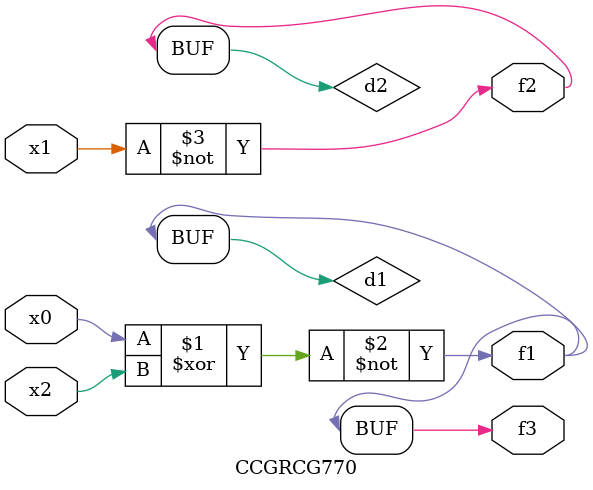
<source format=v>
module CCGRCG770(
	input x0, x1, x2,
	output f1, f2, f3
);

	wire d1, d2, d3;

	xnor (d1, x0, x2);
	nand (d2, x1);
	nor (d3, x1, x2);
	assign f1 = d1;
	assign f2 = d2;
	assign f3 = d1;
endmodule

</source>
